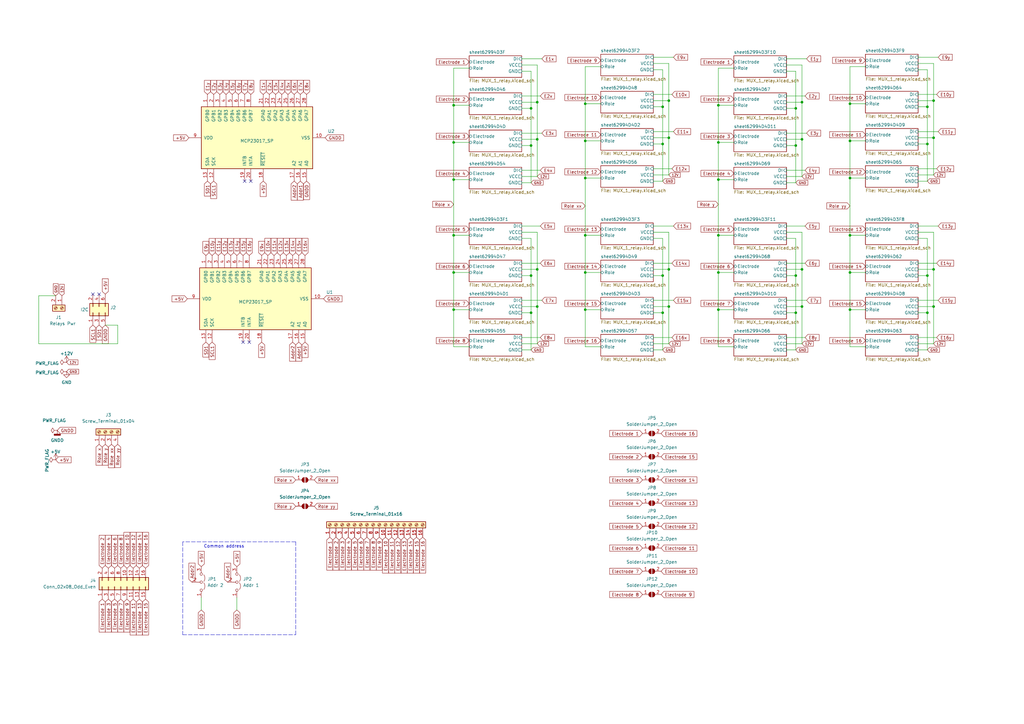
<source format=kicad_sch>
(kicad_sch (version 20211123) (generator eeschema)
  (paper "A3")
  (junction (at 380.365 43.815))
  (junction (at 186.055 73.66))
  (junction (at 217.805 59.69))
  (junction (at 240.03 127))
  (junction (at 348.615 111.76))
  (junction (at 220.345 57.15))
  (junction (at 274.32 41.275))
  (junction (at 186.055 111.76))
  (junction (at 217.805 128.27))
  (junction (at 271.78 113.03))
  (junction (at 240.03 42.545))
  (junction (at 326.39 113.03))
  (junction (at 217.805 113.03))
  (junction (at 328.93 41.91))
  (junction (at 382.905 110.49))
  (junction (at 186.055 43.18))
  (junction (at 380.365 128.27))
  (junction (at 294.64 111.76))
  (junction (at 348.615 57.785))
  (junction (at 186.055 127))
  (junction (at 186.055 58.42))
  (junction (at 220.345 125.73))
  (junction (at 274.32 110.49))
  (junction (at 328.93 57.15))
  (junction (at 382.905 125.73))
  (junction (at 382.905 56.515))
  (junction (at 274.32 56.515))
  (junction (at 240.03 73.025))
  (junction (at 220.345 110.49))
  (junction (at 274.32 125.73))
  (junction (at 240.03 111.76))
  (junction (at 240.03 96.52))
  (junction (at 294.64 96.52))
  (junction (at 294.64 58.42))
  (junction (at 328.93 125.73))
  (junction (at 326.39 59.69))
  (junction (at 326.39 44.45))
  (junction (at 240.03 57.785))
  (junction (at 348.615 96.52))
  (junction (at 328.93 110.49))
  (junction (at 271.78 43.815))
  (junction (at 294.64 127))
  (junction (at 217.805 44.45))
  (junction (at 220.345 41.91))
  (junction (at 348.615 73.025))
  (junction (at 380.365 113.03))
  (junction (at 186.055 96.52))
  (junction (at 380.365 59.055))
  (junction (at 294.64 73.66))
  (junction (at 382.905 41.275))
  (junction (at 294.64 43.18))
  (junction (at 348.615 127))
  (junction (at 271.78 128.27))
  (junction (at 271.78 59.055))
  (junction (at 348.615 42.545))
  (junction (at 326.39 128.27))
  (no_connect (at 38.1 120.65))
  (no_connect (at 40.64 120.65))
  (no_connect (at 102.235 140.335))
  (no_connect (at 99.695 140.335))
  (no_connect (at 102.87 74.295))
  (no_connect (at 100.33 74.295))
  (wire (pts (xy 326.39 128.27) (xy 326.39 143.51)))
  (wire (pts (xy 240.03 127) (xy 240.03 142.24)))
  (wire (pts (xy 376.555 26.035) (xy 382.905 26.035)))
  (wire (pts (xy 186.055 96.52) (xy 192.405 96.52)))
  (wire (pts (xy 267.97 28.575) (xy 271.78 28.575)))
  (wire (pts (xy 267.97 92.71) (xy 276.225 92.71)))
  (wire (pts (xy 274.32 56.515) (xy 274.32 71.755)))
  (wire (pts (xy 328.93 26.67) (xy 328.93 41.91)))
  (wire (pts (xy 213.995 138.43) (xy 221.615 138.43)))
  (wire (pts (xy 267.97 43.815) (xy 271.78 43.815)))
  (wire (pts (xy 43.18 133.35) (xy 48.26 133.35)))
  (wire (pts (xy 240.03 42.545) (xy 246.38 42.545)))
  (wire (pts (xy 348.615 57.785) (xy 354.965 57.785)))
  (wire (pts (xy 328.93 57.15) (xy 328.93 72.39)))
  (wire (pts (xy 322.58 24.13) (xy 330.835 24.13)))
  (wire (pts (xy 220.345 57.15) (xy 220.345 72.39)))
  (wire (pts (xy 267.97 143.51) (xy 271.78 143.51)))
  (wire (pts (xy 376.555 128.27) (xy 380.365 128.27)))
  (wire (pts (xy 322.58 143.51) (xy 326.39 143.51)))
  (wire (pts (xy 48.26 140.97) (xy 15.875 140.97)))
  (wire (pts (xy 267.97 125.73) (xy 274.32 125.73)))
  (wire (pts (xy 267.97 140.97) (xy 274.32 140.97)))
  (wire (pts (xy 274.32 125.73) (xy 274.32 140.97)))
  (wire (pts (xy 267.97 23.495) (xy 276.225 23.495)))
  (wire (pts (xy 186.055 58.42) (xy 192.405 58.42)))
  (wire (pts (xy 240.03 96.52) (xy 246.38 96.52)))
  (wire (pts (xy 376.555 28.575) (xy 380.365 28.575)))
  (wire (pts (xy 220.345 110.49) (xy 220.345 125.73)))
  (wire (pts (xy 274.32 110.49) (xy 274.32 125.73)))
  (wire (pts (xy 267.97 53.975) (xy 276.225 53.975)))
  (wire (pts (xy 322.58 54.61) (xy 330.835 54.61)))
  (wire (pts (xy 376.555 95.25) (xy 382.905 95.25)))
  (wire (pts (xy 380.365 28.575) (xy 380.365 43.815)))
  (wire (pts (xy 15.875 140.97) (xy 15.875 121.285)))
  (wire (pts (xy 322.58 138.43) (xy 330.2 138.43)))
  (wire (pts (xy 322.58 123.19) (xy 330.835 123.19)))
  (wire (pts (xy 186.055 127) (xy 192.405 127)))
  (polyline (pts (xy 74.93 222.25) (xy 74.93 260.35)))
  (wire (pts (xy 186.055 111.76) (xy 186.055 127)))
  (wire (pts (xy 240.03 42.545) (xy 240.03 27.305)))
  (wire (pts (xy 348.615 73.025) (xy 348.615 96.52)))
  (wire (pts (xy 213.995 92.71) (xy 221.615 92.71)))
  (wire (pts (xy 348.615 127) (xy 348.615 142.24)))
  (wire (pts (xy 322.58 72.39) (xy 328.93 72.39)))
  (wire (pts (xy 97.155 245.11) (xy 97.155 250.19)))
  (wire (pts (xy 240.03 142.24) (xy 246.38 142.24)))
  (wire (pts (xy 267.97 59.055) (xy 271.78 59.055)))
  (wire (pts (xy 213.995 41.91) (xy 220.345 41.91)))
  (wire (pts (xy 186.055 58.42) (xy 186.055 43.18)))
  (wire (pts (xy 213.995 95.25) (xy 220.345 95.25)))
  (wire (pts (xy 213.995 143.51) (xy 217.805 143.51)))
  (wire (pts (xy 240.03 111.76) (xy 246.38 111.76)))
  (wire (pts (xy 322.58 41.91) (xy 328.93 41.91)))
  (wire (pts (xy 48.26 133.35) (xy 48.26 140.97)))
  (wire (pts (xy 267.97 107.95) (xy 275.59 107.95)))
  (wire (pts (xy 348.615 73.025) (xy 354.965 73.025)))
  (wire (pts (xy 376.555 23.495) (xy 384.81 23.495)))
  (wire (pts (xy 294.64 142.24) (xy 300.99 142.24)))
  (wire (pts (xy 322.58 57.15) (xy 328.93 57.15)))
  (wire (pts (xy 348.615 57.785) (xy 348.615 73.025)))
  (wire (pts (xy 186.055 73.66) (xy 192.405 73.66)))
  (wire (pts (xy 328.93 110.49) (xy 328.93 125.73)))
  (wire (pts (xy 213.995 24.13) (xy 222.25 24.13)))
  (wire (pts (xy 217.805 97.79) (xy 217.805 113.03)))
  (wire (pts (xy 328.93 125.73) (xy 328.93 140.97)))
  (wire (pts (xy 294.64 58.42) (xy 300.99 58.42)))
  (wire (pts (xy 322.58 44.45) (xy 326.39 44.45)))
  (wire (pts (xy 380.365 113.03) (xy 380.365 128.27)))
  (polyline (pts (xy 74.93 260.35) (xy 121.285 260.35)))
  (wire (pts (xy 240.03 111.76) (xy 240.03 96.52)))
  (polyline (pts (xy -0.635 91.44) (xy -233.045 91.44)))
  (wire (pts (xy 240.03 57.785) (xy 240.03 42.545)))
  (wire (pts (xy 322.58 125.73) (xy 328.93 125.73)))
  (wire (pts (xy 217.805 29.21) (xy 217.805 44.45)))
  (wire (pts (xy 267.97 97.79) (xy 271.78 97.79)))
  (wire (pts (xy 348.615 111.76) (xy 354.965 111.76)))
  (polyline (pts (xy 121.285 260.35) (xy 121.285 222.25)))
  (wire (pts (xy 328.93 41.91) (xy 328.93 57.15)))
  (wire (pts (xy 213.995 123.19) (xy 222.25 123.19)))
  (wire (pts (xy 294.64 96.52) (xy 300.99 96.52)))
  (wire (pts (xy 322.58 59.69) (xy 326.39 59.69)))
  (wire (pts (xy 380.365 128.27) (xy 380.365 143.51)))
  (wire (pts (xy 213.995 74.93) (xy 217.805 74.93)))
  (wire (pts (xy 267.97 95.25) (xy 274.32 95.25)))
  (wire (pts (xy 267.97 128.27) (xy 271.78 128.27)))
  (wire (pts (xy 322.58 110.49) (xy 328.93 110.49)))
  (wire (pts (xy 376.555 92.71) (xy 384.81 92.71)))
  (wire (pts (xy 240.03 27.305) (xy 246.38 27.305)))
  (wire (pts (xy 376.555 107.95) (xy 384.175 107.95)))
  (wire (pts (xy 322.58 113.03) (xy 326.39 113.03)))
  (wire (pts (xy 322.58 107.95) (xy 330.2 107.95)))
  (wire (pts (xy 382.905 125.73) (xy 382.905 140.97)))
  (wire (pts (xy 326.39 59.69) (xy 326.39 74.93)))
  (wire (pts (xy 15.875 121.285) (xy 22.86 121.285)))
  (wire (pts (xy 271.78 113.03) (xy 271.78 128.27)))
  (wire (pts (xy 240.03 127) (xy 240.03 111.76)))
  (wire (pts (xy 213.995 72.39) (xy 220.345 72.39)))
  (wire (pts (xy 213.995 26.67) (xy 220.345 26.67)))
  (wire (pts (xy 213.995 54.61) (xy 222.25 54.61)))
  (wire (pts (xy 348.615 42.545) (xy 348.615 27.305)))
  (wire (pts (xy 326.39 113.03) (xy 326.39 128.27)))
  (wire (pts (xy 348.615 111.76) (xy 348.615 96.52)))
  (wire (pts (xy 376.555 140.97) (xy 382.905 140.97)))
  (wire (pts (xy 376.555 41.275) (xy 382.905 41.275)))
  (wire (pts (xy 376.555 138.43) (xy 384.175 138.43)))
  (wire (pts (xy 348.615 42.545) (xy 354.965 42.545)))
  (wire (pts (xy 376.555 123.19) (xy 384.81 123.19)))
  (wire (pts (xy 267.97 113.03) (xy 271.78 113.03)))
  (wire (pts (xy 82.55 245.11) (xy 82.55 250.19)))
  (wire (pts (xy 294.64 111.76) (xy 300.99 111.76)))
  (wire (pts (xy 326.39 97.79) (xy 326.39 113.03)))
  (wire (pts (xy 186.055 43.18) (xy 186.055 27.94)))
  (wire (pts (xy 294.64 27.94) (xy 300.99 27.94)))
  (wire (pts (xy 217.805 59.69) (xy 217.805 74.93)))
  (wire (pts (xy 213.995 39.37) (xy 221.615 39.37)))
  (wire (pts (xy 294.64 127) (xy 300.99 127)))
  (wire (pts (xy 294.64 43.18) (xy 300.99 43.18)))
  (wire (pts (xy 240.03 127) (xy 246.38 127)))
  (wire (pts (xy 267.97 123.19) (xy 276.225 123.19)))
  (wire (pts (xy 322.58 92.71) (xy 330.2 92.71)))
  (wire (pts (xy 271.78 59.055) (xy 271.78 74.295)))
  (wire (pts (xy 376.555 110.49) (xy 382.905 110.49)))
  (wire (pts (xy 322.58 74.93) (xy 326.39 74.93)))
  (wire (pts (xy 213.995 69.85) (xy 221.615 69.85)))
  (wire (pts (xy 376.555 53.975) (xy 384.81 53.975)))
  (wire (pts (xy 322.58 39.37) (xy 330.2 39.37)))
  (wire (pts (xy 186.055 127) (xy 186.055 142.24)))
  (wire (pts (xy 267.97 38.735) (xy 275.59 38.735)))
  (wire (pts (xy 220.345 26.67) (xy 220.345 41.91)))
  (wire (pts (xy 322.58 29.21) (xy 326.39 29.21)))
  (wire (pts (xy 274.32 26.035) (xy 274.32 41.275)))
  (wire (pts (xy 382.905 56.515) (xy 382.905 71.755)))
  (wire (pts (xy 213.995 97.79) (xy 217.805 97.79)))
  (wire (pts (xy 267.97 110.49) (xy 274.32 110.49)))
  (wire (pts (xy 271.78 128.27) (xy 271.78 143.51)))
  (wire (pts (xy 213.995 107.95) (xy 221.615 107.95)))
  (wire (pts (xy 348.615 127) (xy 354.965 127)))
  (polyline (pts (xy 121.285 222.25) (xy 74.93 222.25)))
  (wire (pts (xy 376.555 59.055) (xy 380.365 59.055)))
  (wire (pts (xy 240.03 57.785) (xy 246.38 57.785)))
  (wire (pts (xy 186.055 111.76) (xy 186.055 96.52)))
  (wire (pts (xy 376.555 97.79) (xy 380.365 97.79)))
  (wire (pts (xy 240.03 73.025) (xy 240.03 96.52)))
  (wire (pts (xy 186.055 142.24) (xy 192.405 142.24)))
  (wire (pts (xy 217.805 113.03) (xy 217.805 128.27)))
  (wire (pts (xy 274.32 95.25) (xy 274.32 110.49)))
  (wire (pts (xy 220.345 41.91) (xy 220.345 57.15)))
  (wire (pts (xy 322.58 95.25) (xy 328.93 95.25)))
  (wire (pts (xy 322.58 128.27) (xy 326.39 128.27)))
  (wire (pts (xy 271.78 28.575) (xy 271.78 43.815)))
  (wire (pts (xy 348.615 142.24) (xy 354.965 142.24)))
  (wire (pts (xy 348.615 96.52) (xy 354.965 96.52)))
  (wire (pts (xy 186.055 73.66) (xy 186.055 96.52)))
  (wire (pts (xy 213.995 57.15) (xy 220.345 57.15)))
  (wire (pts (xy 376.555 69.215) (xy 384.175 69.215)))
  (wire (pts (xy 382.905 41.275) (xy 382.905 56.515)))
  (wire (pts (xy 213.995 59.69) (xy 217.805 59.69)))
  (wire (pts (xy 376.555 56.515) (xy 382.905 56.515)))
  (wire (pts (xy 220.345 95.25) (xy 220.345 110.49)))
  (wire (pts (xy 213.995 125.73) (xy 220.345 125.73)))
  (wire (pts (xy 274.32 41.275) (xy 274.32 56.515)))
  (wire (pts (xy 322.58 140.97) (xy 328.93 140.97)))
  (wire (pts (xy 213.995 29.21) (xy 217.805 29.21)))
  (wire (pts (xy 240.03 57.785) (xy 240.03 73.025)))
  (wire (pts (xy 294.64 58.42) (xy 294.64 73.66)))
  (wire (pts (xy 382.905 26.035) (xy 382.905 41.275)))
  (wire (pts (xy 213.995 113.03) (xy 217.805 113.03)))
  (wire (pts (xy 240.03 73.025) (xy 246.38 73.025)))
  (wire (pts (xy 322.58 26.67) (xy 328.93 26.67)))
  (wire (pts (xy 294.64 127) (xy 294.64 142.24)))
  (wire (pts (xy 382.905 95.25) (xy 382.905 110.49)))
  (wire (pts (xy 220.345 125.73) (xy 220.345 140.97)))
  (wire (pts (xy 271.78 43.815) (xy 271.78 59.055)))
  (wire (pts (xy 376.555 43.815) (xy 380.365 43.815)))
  (wire (pts (xy 382.905 110.49) (xy 382.905 125.73)))
  (wire (pts (xy 380.365 97.79) (xy 380.365 113.03)))
  (wire (pts (xy 267.97 71.755) (xy 274.32 71.755)))
  (wire (pts (xy 376.555 113.03) (xy 380.365 113.03)))
  (wire (pts (xy 348.615 127) (xy 348.615 111.76)))
  (wire (pts (xy 267.97 41.275) (xy 274.32 41.275)))
  (wire (pts (xy 376.555 74.295) (xy 380.365 74.295)))
  (wire (pts (xy 267.97 69.215) (xy 275.59 69.215)))
  (wire (pts (xy 213.995 110.49) (xy 220.345 110.49)))
  (wire (pts (xy 376.555 71.755) (xy 382.905 71.755)))
  (wire (pts (xy 267.97 56.515) (xy 274.32 56.515)))
  (wire (pts (xy 348.615 57.785) (xy 348.615 42.545)))
  (wire (pts (xy 213.995 128.27) (xy 217.805 128.27)))
  (wire (pts (xy 322.58 69.85) (xy 330.2 69.85)))
  (wire (pts (xy 217.805 128.27) (xy 217.805 143.51)))
  (wire (pts (xy 213.995 140.97) (xy 220.345 140.97)))
  (wire (pts (xy 326.39 29.21) (xy 326.39 44.45)))
  (wire (pts (xy 376.555 143.51) (xy 380.365 143.51)))
  (wire (pts (xy 267.97 74.295) (xy 271.78 74.295)))
  (wire (pts (xy 380.365 43.815) (xy 380.365 59.055)))
  (wire (pts (xy 217.805 44.45) (xy 217.805 59.69)))
  (wire (pts (xy 267.97 26.035) (xy 274.32 26.035)))
  (wire (pts (xy 322.58 97.79) (xy 326.39 97.79)))
  (wire (pts (xy 294.64 73.66) (xy 294.64 96.52)))
  (wire (pts (xy 376.555 125.73) (xy 382.905 125.73)))
  (wire (pts (xy 271.78 97.79) (xy 271.78 113.03)))
  (wire (pts (xy 294.64 111.76) (xy 294.64 127)))
  (wire (pts (xy 326.39 44.45) (xy 326.39 59.69)))
  (wire (pts (xy 294.64 111.76) (xy 294.64 96.52)))
  (wire (pts (xy 294.64 58.42) (xy 294.64 43.18)))
  (wire (pts (xy 348.615 27.305) (xy 354.965 27.305)))
  (wire (pts (xy 294.64 73.66) (xy 300.99 73.66)))
  (wire (pts (xy 294.64 43.18) (xy 294.64 27.94)))
  (wire (pts (xy 213.995 44.45) (xy 217.805 44.45)))
  (wire (pts (xy 267.97 138.43) (xy 275.59 138.43)))
  (wire (pts (xy 186.055 27.94) (xy 192.405 27.94)))
  (wire (pts (xy 380.365 59.055) (xy 380.365 74.295)))
  (wire (pts (xy 328.93 95.25) (xy 328.93 110.49)))
  (wire (pts (xy 186.055 111.76) (xy 192.405 111.76)))
  (wire (pts (xy 186.055 58.42) (xy 186.055 73.66)))
  (wire (pts (xy 186.055 43.18) (xy 192.405 43.18)))
  (wire (pts (xy 376.555 38.735) (xy 384.175 38.735)))
  (text "Common address" (at 83.566 224.917 0) (effects (font (size 1.27 1.27)) (justify left bottom)))
  (global_label "+5V" (shape input) (at 76.835 122.555 180) (property "Intersheet References" "${INTERSHEET_REFS}" (effects hide)))
  (global_label "E15y" (shape input) (at 99.695 104.775 90) (property "Intersheet References" "${INTERSHEET_REFS}" (effects hide)))
  (global_label "+5V" (shape input) (at 107.315 140.335 270) (property "Intersheet References" "${INTERSHEET_REFS}" (effects hide)))
  (global_label "E1y" (shape input) (at 330.835 24.13 0) (property "Intersheet References" "${INTERSHEET_REFS}" (effects hide)))
  (global_label "Electrode 14" (shape input) (at 168.275 220.345 270) (property "Intersheet References" "${INTERSHEET_REFS}" (effects hide)))
  (global_label "Electrode 15" (shape input) (at 59.69 245.745 270) (property "Intersheet References" "${INTERSHEET_REFS}" (effects hide)))
  (global_label "Electrode 2" (shape input) (at 300.99 40.64 180) (property "Intersheet References" "${INTERSHEET_REFS}" (effects hide)))
  (global_label "+5V" (shape input) (at 97.155 232.41 90) (property "Intersheet References" "${INTERSHEET_REFS}" (effects hide)))
  (global_label "12V" (shape input) (at 220.345 72.39 0) (effects (font (size 1 1))) (property "Intersheet References" "${INTERSHEET_REFS}" (effects hide)))
  (global_label "Electrode 1" (shape input) (at 135.255 220.345 270) (property "Intersheet References" "${INTERSHEET_REFS}" (effects hide)))
  (global_label "E5y" (shape input) (at 330.2 92.71 0) (property "Intersheet References" "${INTERSHEET_REFS}" (effects hide)))
  (global_label "E15x" (shape input) (at 276.225 123.19 0) (property "Intersheet References" "${INTERSHEET_REFS}" (effects hide)))
  (global_label "Electrode 14" (shape input) (at 57.15 233.045 90) (property "Intersheet References" "${INTERSHEET_REFS}" (effects hide)))
  (global_label "Electrode 4" (shape input) (at 263.525 206.375 180) (property "Intersheet References" "${INTERSHEET_REFS}" (effects hide)))
  (global_label "E6x" (shape input) (at 120.65 38.735 90) (property "Intersheet References" "${INTERSHEET_REFS}" (effects hide)))
  (global_label "Electrode 12" (shape input) (at 246.38 70.485 180) (property "Intersheet References" "${INTERSHEET_REFS}" (effects hide)))
  (global_label "SD1" (shape input) (at 40.64 133.35 270) (property "Intersheet References" "${INTERSHEET_REFS}" (effects hide)))
  (global_label "Electrode 8" (shape input) (at 153.035 220.345 270) (property "Intersheet References" "${INTERSHEET_REFS}" (effects hide)))
  (global_label "Electrode 12" (shape input) (at 54.61 233.045 90) (property "Intersheet References" "${INTERSHEET_REFS}" (effects hide)))
  (global_label "SCL1" (shape input) (at 38.1 133.35 270) (property "Intersheet References" "${INTERSHEET_REFS}" (effects hide)))
  (global_label "Electrode 4" (shape input) (at 142.875 220.345 270) (property "Intersheet References" "${INTERSHEET_REFS}" (effects hide)))
  (global_label "GNDD" (shape input) (at 43.18 133.35 270) (property "Intersheet References" "${INTERSHEET_REFS}" (effects hide)))
  (global_label "E3y" (shape input) (at 330.835 54.61 0) (property "Intersheet References" "${INTERSHEET_REFS}" (effects hide)))
  (global_label "Electrode 4" (shape input) (at 44.45 233.045 90) (property "Intersheet References" "${INTERSHEET_REFS}" (effects hide)))
  (global_label "E6y" (shape input) (at 97.79 38.735 90) (property "Intersheet References" "${INTERSHEET_REFS}" (effects hide)))
  (global_label "E15y" (shape input) (at 384.81 123.19 0) (property "Intersheet References" "${INTERSHEET_REFS}" (effects hide)))
  (global_label "Electrode 7" (shape input) (at 192.405 124.46 180) (property "Intersheet References" "${INTERSHEET_REFS}" (effects hide)))
  (global_label "12V" (shape input) (at 328.93 72.39 0) (effects (font (size 1 1))) (property "Intersheet References" "${INTERSHEET_REFS}" (effects hide)))
  (global_label "E14y" (shape input) (at 384.175 107.95 0) (property "Intersheet References" "${INTERSHEET_REFS}" (effects hide)))
  (global_label "E7x" (shape input) (at 222.25 123.19 0) (property "Intersheet References" "${INTERSHEET_REFS}" (effects hide)))
  (global_label "E4x" (shape input) (at 115.57 38.735 90) (property "Intersheet References" "${INTERSHEET_REFS}" (effects hide)))
  (global_label "Electrode 12" (shape input) (at 271.145 215.9 0) (property "Intersheet References" "${INTERSHEET_REFS}" (effects hide)))
  (global_label "E10y" (shape input) (at 86.995 104.775 90) (property "Intersheet References" "${INTERSHEET_REFS}" (effects hide)))
  (global_label "Electrode 16" (shape input) (at 59.69 233.045 90) (property "Intersheet References" "${INTERSHEET_REFS}" (effects hide)))
  (global_label "GND" (shape input) (at 326.39 74.93 0) (effects (font (size 1 1))) (property "Intersheet References" "${INTERSHEET_REFS}" (effects hide)))
  (global_label "GND" (shape input) (at 217.805 74.93 0) (effects (font (size 1 1))) (property "Intersheet References" "${INTERSHEET_REFS}" (effects hide)))
  (global_label "Electrode 5" (shape input) (at 46.99 245.745 270) (property "Intersheet References" "${INTERSHEET_REFS}" (effects hide)))
  (global_label "12V" (shape input) (at 274.32 140.97 0) (effects (font (size 1 1))) (property "Intersheet References" "${INTERSHEET_REFS}" (effects hide)))
  (global_label "E9x" (shape input) (at 276.225 23.495 0) (property "Intersheet References" "${INTERSHEET_REFS}" (effects hide)))
  (global_label "Electrode 5" (shape input) (at 192.405 93.98 180) (property "Intersheet References" "${INTERSHEET_REFS}" (effects hide)))
  (global_label "Role y" (shape input) (at 43.18 182.245 270) (property "Intersheet References" "${INTERSHEET_REFS}" (effects hide)))
  (global_label "Electrode 5" (shape input) (at 263.525 215.9 180) (property "Intersheet References" "${INTERSHEET_REFS}" (effects hide)))
  (global_label "GND" (shape input) (at 380.365 74.295 0) (effects (font (size 1 1))) (property "Intersheet References" "${INTERSHEET_REFS}" (effects hide)))
  (global_label "E7y" (shape input) (at 330.835 123.19 0) (property "Intersheet References" "${INTERSHEET_REFS}" (effects hide)))
  (global_label "E12y" (shape input) (at 92.075 104.775 90) (property "Intersheet References" "${INTERSHEET_REFS}" (effects hide)))
  (global_label "E10y" (shape input) (at 384.175 38.735 0) (property "Intersheet References" "${INTERSHEET_REFS}" (effects hide)))
  (global_label "Electrode 1" (shape input) (at 263.525 177.8 180) (property "Intersheet References" "${INTERSHEET_REFS}" (effects hide)))
  (global_label "E6y" (shape input) (at 330.2 107.95 0) (property "Intersheet References" "${INTERSHEET_REFS}" (effects hide)))
  (global_label "E14x" (shape input) (at 120.015 104.775 90) (property "Intersheet References" "${INTERSHEET_REFS}" (effects hide)))
  (global_label "E11y" (shape input) (at 384.81 53.975 0) (property "Intersheet References" "${INTERSHEET_REFS}" (effects hide)))
  (global_label "Electrode 6" (shape input) (at 147.955 220.345 270) (property "Intersheet References" "${INTERSHEET_REFS}" (effects hide)))
  (global_label "E7x" (shape input) (at 123.19 38.735 90) (property "Intersheet References" "${INTERSHEET_REFS}" (effects hide)))
  (global_label "Role yy" (shape input) (at 48.26 182.245 270) (property "Intersheet References" "${INTERSHEET_REFS}" (effects hide)))
  (global_label "Electrode 11" (shape input) (at 160.655 220.345 270) (property "Intersheet References" "${INTERSHEET_REFS}" (effects hide)))
  (global_label "E16y" (shape input) (at 384.175 138.43 0) (property "Intersheet References" "${INTERSHEET_REFS}" (effects hide)))
  (global_label "E8x" (shape input) (at 125.73 38.735 90) (property "Intersheet References" "${INTERSHEET_REFS}" (effects hide)))
  (global_label "Role xx" (shape input) (at 128.905 196.85 0) (property "Intersheet References" "${INTERSHEET_REFS}" (effects hide)))
  (global_label "Electrode 4" (shape input) (at 192.405 71.12 180) (property "Intersheet References" "${INTERSHEET_REFS}" (effects hide)))
  (global_label "Electrode 9" (shape input) (at 155.575 220.345 270) (property "Intersheet References" "${INTERSHEET_REFS}" (effects hide)))
  (global_label "Electrode 2" (shape input) (at 263.525 187.325 180) (property "Intersheet References" "${INTERSHEET_REFS}" (effects hide)))
  (global_label "Electrode 5" (shape input) (at 300.99 93.98 180) (property "Intersheet References" "${INTERSHEET_REFS}" (effects hide)))
  (global_label "Electrode 13" (shape input) (at 271.145 206.375 0) (property "Intersheet References" "${INTERSHEET_REFS}" (effects hide)))
  (global_label "Electrode 3" (shape input) (at 44.45 245.745 270) (property "Intersheet References" "${INTERSHEET_REFS}" (effects hide)))
  (global_label "+5V" (shape input) (at 82.55 232.41 90) (property "Intersheet References" "${INTERSHEET_REFS}" (effects hide)))
  (global_label "E16x" (shape input) (at 275.59 138.43 0) (property "Intersheet References" "${INTERSHEET_REFS}" (effects hide)))
  (global_label "E5x" (shape input) (at 118.11 38.735 90) (property "Intersheet References" "${INTERSHEET_REFS}" (effects hide)))
  (global_label "GND" (shape input) (at 217.805 143.51 0) (effects (font (size 1 1))) (property "Intersheet References" "${INTERSHEET_REFS}" (effects hide)))
  (global_label "Electrode 10" (shape input) (at 246.38 40.005 180) (property "Intersheet References" "${INTERSHEET_REFS}" (effects hide)))
  (global_label "E1x" (shape input) (at 107.95 38.735 90) (property "Intersheet References" "${INTERSHEET_REFS}" (effects hide)))
  (global_label "Electrode 9" (shape input) (at 52.07 245.745 270) (property "Intersheet References" "${INTERSHEET_REFS}" (effects hide)))
  (global_label "Electrode 16" (shape input) (at 354.965 139.7 180) (property "Intersheet References" "${INTERSHEET_REFS}" (effects hide)))
  (global_label "12V" (shape input) (at 382.905 140.97 0) (effects (font (size 1 1))) (property "Intersheet References" "${INTERSHEET_REFS}" (effects hide)))
  (global_label "Electrode 9" (shape input) (at 246.38 24.765 180) (property "Intersheet References" "${INTERSHEET_REFS}" (effects hide)))
  (global_label "E8y" (shape input) (at 102.87 38.735 90) (property "Intersheet References" "${INTERSHEET_REFS}" (effects hide)))
  (global_label "12V" (shape input) (at 382.905 71.755 0) (effects (font (size 1 1))) (property "Intersheet References" "${INTERSHEET_REFS}" (effects hide)))
  (global_label "E16x" (shape input) (at 125.095 104.775 90) (property "Intersheet References" "${INTERSHEET_REFS}" (effects hide)))
  (global_label "Electrode 2" (shape input) (at 137.795 220.345 270) (property "Intersheet References" "${INTERSHEET_REFS}" (effects hide)))
  (global_label "E12x" (shape input) (at 275.59 69.215 0) (property "Intersheet References" "${INTERSHEET_REFS}" (effects hide)))
  (global_label "E2y" (shape input) (at 330.2 39.37 0) (property "Intersheet References" "${INTERSHEET_REFS}" (effects hide)))
  (global_label "E9y" (shape input) (at 384.81 23.495 0) (property "Intersheet References" "${INTERSHEET_REFS}" (effects hide)))
  (global_label "E11y" (shape input) (at 89.535 104.775 90) (property "Intersheet References" "${INTERSHEET_REFS}" (effects hide)))
  (global_label "Electrode 6" (shape input) (at 263.525 224.79 180) (property "Intersheet References" "${INTERSHEET_REFS}" (effects hide)))
  (global_label "+5V" (shape input) (at 125.095 140.335 270) (property "Intersheet References" "${INTERSHEET_REFS}" (effects hide)))
  (global_label "E5x" (shape input) (at 221.615 92.71 0) (property "Intersheet References" "${INTERSHEET_REFS}" (effects hide)))
  (global_label "GNDD" (shape input) (at 23.495 176.53 0) (property "Intersheet References" "${INTERSHEET_REFS}" (effects hide)))
  (global_label "Electrode 13" (shape input) (at 354.965 93.98 180) (property "Intersheet References" "${INTERSHEET_REFS}" (effects hide)))
  (global_label "Role x" (shape input) (at 186.055 83.82 180) (property "Intersheet References" "${INTERSHEET_REFS}" (effects hide)))
  (global_label "E3y" (shape input) (at 90.17 38.735 90) (property "Intersheet References" "${INTERSHEET_REFS}" (effects hide)))
  (global_label "Electrode 1" (shape input) (at 41.91 245.745 270) (property "Intersheet References" "${INTERSHEET_REFS}" (effects hide)))
  (global_label "Electrode 3" (shape input) (at 300.99 55.88 180) (property "Intersheet References" "${INTERSHEET_REFS}" (effects hide)))
  (global_label "Electrode 5" (shape input) (at 145.415 220.345 270) (property "Intersheet References" "${INTERSHEET_REFS}" (effects hide)))
  (global_label "E12y" (shape input) (at 384.175 69.215 0) (property "Intersheet References" "${INTERSHEET_REFS}" (effects hide)))
  (global_label "Role x" (shape input) (at 121.285 196.85 180) (property "Intersheet References" "${INTERSHEET_REFS}" (effects hide)))
  (global_label "SCL1" (shape input) (at 86.995 140.335 270) (property "Intersheet References" "${INTERSHEET_REFS}" (effects hide)))
  (global_label "Electrode 1" (shape input) (at 300.99 25.4 180) (property "Intersheet References" "${INTERSHEET_REFS}" (effects hide)))
  (global_label "Electrode 13" (shape input) (at 246.38 93.98 180) (property "Intersheet References" "${INTERSHEET_REFS}" (effects hide)))
  (global_label "12V" (shape input) (at 220.345 140.97 0) (effects (font (size 1 1))) (property "Intersheet References" "${INTERSHEET_REFS}" (effects hide)))
  (global_label "E4x" (shape input) (at 221.615 69.85 0) (property "Intersheet References" "${INTERSHEET_REFS}" (effects hide)))
  (global_label "E6x" (shape input) (at 221.615 107.95 0) (property "Intersheet References" "${INTERSHEET_REFS}" (effects hide)))
  (global_label "Electrode 3" (shape input) (at 192.405 55.88 180) (property "Intersheet References" "${INTERSHEET_REFS}" (effects hide)))
  (global_label "+5V" (shape input) (at 77.47 56.515 180) (property "Intersheet References" "${INTERSHEET_REFS}" (effects hide)))
  (global_label "E12x" (shape input) (at 114.935 104.775 90) (property "Intersheet References" "${INTERSHEET_REFS}" (effects hide)))
  (global_label "Electrode 7" (shape input) (at 263.525 234.315 180) (property "Intersheet References" "${INTERSHEET_REFS}" (effects hide)))
  (global_label "Electrode 14" (shape input) (at 271.145 196.85 0) (property "Intersheet References" "${INTERSHEET_REFS}" (effects hide)))
  (global_label "Electrode 3" (shape input) (at 140.335 220.345 270) (property "Intersheet References" "${INTERSHEET_REFS}" (effects hide)))
  (global_label "Electrode 9" (shape input) (at 354.965 24.765 180) (property "Intersheet References" "${INTERSHEET_REFS}" (effects hide)))
  (global_label "Electrode 13" (shape input) (at 165.735 220.345 270) (property "Intersheet References" "${INTERSHEET_REFS}" (effects hide)))
  (global_label "Addr2" (shape input) (at 120.015 140.335 270) (property "Intersheet References" "${INTERSHEET_REFS}" (effects hide)))
  (global_label "Electrode 8" (shape input) (at 49.53 233.045 90) (property "Intersheet References" "${INTERSHEET_REFS}" (effects hide)))
  (global_label "Addr2" (shape input) (at 120.65 74.295 270) (property "Intersheet References" "${INTERSHEET_REFS}" (effects hide)))
  (global_label "E2x" (shape input) (at 110.49 38.735 90) (property "Intersheet References" "${INTERSHEET_REFS}" (effects hide)))
  (global_label "Electrode 8" (shape input) (at 300.99 139.7 180) (property "Intersheet References" "${INTERSHEET_REFS}" (effects hide)))
  (global_label "E15x" (shape input) (at 122.555 104.775 90) (property "Intersheet References" "${INTERSHEET_REFS}" (effects hide)))
  (global_label "E10x" (shape input) (at 109.855 104.775 90) (property "Intersheet References" "${INTERSHEET_REFS}" (effects hide)))
  (global_label "Electrode 12" (shape input) (at 163.195 220.345 270) (property "Intersheet References" "${INTERSHEET_REFS}" (effects hide)))
  (global_label "Electrode 7" (shape input) (at 150.495 220.345 270) (property "Intersheet References" "${INTERSHEET_REFS}" (effects hide)))
  (global_label "E11x" (shape input) (at 276.225 53.975 0) (property "Intersheet References" "${INTERSHEET_REFS}" (effects hide)))
  (global_label "Electrode 10" (shape input) (at 354.965 40.005 180) (property "Intersheet References" "${INTERSHEET_REFS}" (effects hide)))
  (global_label "12V" (shape input) (at 27.305 148.59 0) (effects (font (size 1 1))) (property "Intersheet References" "${INTERSHEET_REFS}" (effects hide)))
  (global_label "E14y" (shape input) (at 97.155 104.775 90) (property "Intersheet References" "${INTERSHEET_REFS}" (effects hide)))
  (global_label "GND" (shape input) (at 380.365 143.51 0) (effects (font (size 1 1))) (property "Intersheet References" "${INTERSHEET_REFS}" (effects hide)))
  (global_label "Electrode 3" (shape input) (at 263.525 196.85 180) (property "Intersheet References" "${INTERSHEET_REFS}" (effects hide)))
  (global_label "Electrode 11" (shape input) (at 354.965 55.245 180) (property "Intersheet References" "${INTERSHEET_REFS}" (effects hide)))
  (global_label "Electrode 10" (shape input) (at 52.07 233.045 90) (property "Intersheet References" "${INTERSHEET_REFS}" (effects hide)))
  (global_label "Electrode 10" (shape input) (at 158.115 220.345 270) (property "Intersheet References" "${INTERSHEET_REFS}" (effects hide)))
  (global_label "Electrode 6" (shape input) (at 46.99 233.045 90) (property "Intersheet References" "${INTERSHEET_REFS}" (effects hide)))
  (global_label "Role x" (shape input) (at 40.64 182.245 270) (property "Intersheet References" "${INTERSHEET_REFS}" (effects hide)))
  (global_label "E3x" (shape input) (at 222.25 54.61 0) (property "Intersheet References" "${INTERSHEET_REFS}" (effects hide)))
  (global_label "Electrode 6" (shape input) (at 192.405 109.22 180) (property "Intersheet References" "${INTERSHEET_REFS}" (effects hide)))
  (global_label "E7y" (shape input) (at 100.33 38.735 90) (property "Intersheet References" "${INTERSHEET_REFS}" (effects hide)))
  (global_label "Role yy" (shape input) (at 128.905 207.645 0) (property "Intersheet References" "${INTERSHEET_REFS}" (effects hide)))
  (global_label "E4y" (shape input) (at 330.2 69.85 0) (property "Intersheet References" "${INTERSHEET_REFS}" (effects hide)))
  (global_label "SD1" (shape input) (at 84.455 140.335 270) (property "Intersheet References" "${INTERSHEET_REFS}" (effects hide)))
  (global_label "GNDD" (shape input) (at 132.715 122.555 0) (property "Intersheet References" "${INTERSHEET_REFS}" (effects hide)))
  (global_label "Addr2" (shape input) (at 78.74 238.76 90) (property "Intersheet References" "${INTERSHEET_REFS}" (effects hide)))
  (global_label "Electrode 15" (shape input) (at 271.145 187.325 0) (property "Intersheet References" "${INTERSHEET_REFS}" (effects hide)))
  (global_label "SD1" (shape input) (at 85.09 74.295 270) (property "Intersheet References" "${INTERSHEET_REFS}" (effects hide)))
  (global_label "Electrode 9" (shape input) (at 271.145 243.84 0) (property "Intersheet References" "${INTERSHEET_REFS}" (effects hide)))
  (global_label "Electrode 15" (shape input) (at 246.38 124.46 180) (property "Intersheet References" "${INTERSHEET_REFS}" (effects hide)))
  (global_label "E1x" (shape input) (at 222.25 24.13 0) (property "Intersheet References" "${INTERSHEET_REFS}" (effects hide)))
  (global_label "E8x" (shape input) (at 221.615 138.43 0) (property "Intersheet References" "${INTERSHEET_REFS}" (effects hide)))
  (global_label "Addr1" (shape input) (at 122.555 140.335 270) (property "Intersheet References" "${INTERSHEET_REFS}" (effects hide)))
  (global_label "E13y" (shape input) (at 94.615 104.775 90) (property "Intersheet References" "${INTERSHEET_REFS}" (effects hide)))
  (global_label "Electrode 7" (shape input) (at 49.53 245.745 270) (property "Intersheet References" "${INTERSHEET_REFS}" (effects hide)))
  (global_label "E13x" (shape input) (at 276.225 92.71 0) (property "Intersheet References" "${INTERSHEET_REFS}" (effects hide)))
  (global_label "E3x" (shape input) (at 113.03 38.735 90) (property "Intersheet References" "${INTERSHEET_REFS}" (effects hide)))
  (global_label "12V" (shape input) (at 25.4 121.285 90) (effects (font (size 1 1))) (property "Intersheet References" "${INTERSHEET_REFS}" (effects hide)))
  (global_label "Electrode 14" (shape input) (at 354.965 109.22 180) (property "Intersheet References" "${INTERSHEET_REFS}" (effects hide)))
  (global_label "Addr1" (shape input) (at 123.19 74.295 270) (property "Intersheet References" "${INTERSHEET_REFS}" (effects hide)))
  (global_label "E4y" (shape input) (at 92.71 38.735 90) (property "Intersheet References" "${INTERSHEET_REFS}" (effects hide)))
  (global_label "Electrode 11" (shape input) (at 246.38 55.245 180) (property "Intersheet References" "${INTERSHEET_REFS}" (effects hide)))
  (global_label "GND" (shape input) (at 326.39 143.51 0) (effects (font (size 1 1))) (property "Intersheet References" "${INTERSHEET_REFS}" (effects hide)))
  (global_label "Electrode 11" (shape input) (at 54.61 245.745 270) (property "Intersheet References" "${INTERSHEET_REFS}" (effects hide)))
  (global_label "Electrode 16" (shape input) (at 173.355 220.345 270) (property "Intersheet References" "${INTERSHEET_REFS}" (effects hide)))
  (global_label "+5V" (shape input) (at 107.95 74.295 270) (property "Intersheet References" "${INTERSHEET_REFS}" (effects hide)))
  (global_label "Electrode 2" (shape input) (at 192.405 40.64 180) (property "Intersheet References" "${INTERSHEET_REFS}" (effects hide)))
  (global_label "GNDD" (shape input) (at 125.73 74.295 270) (property "Intersheet References" "${INTERSHEET_REFS}" (effects hide)))
  (global_label "E9x" (shape input) (at 107.315 104.775 90) (property "Intersheet References" "${INTERSHEET_REFS}" (effects hide)))
  (global_label "Electrode 8" (shape input) (at 263.525 243.84 180) (property "Intersheet References" "${INTERSHEET_REFS}" (effects hide)))
  (global_label "Addr1" (shape input) (at 93.345 238.76 90) (property "Intersheet References" "${INTERSHEET_REFS}" (effects hide)))
  (global_label "Electrode 8" (shape input) (at 192.405 139.7 180) (property "Intersheet References" "${INTERSHEET_REFS}" (effects hide)))
  (global_label "Electrode 7" (shape input) (at 300.99 124.46 180) (property "Intersheet References" "${INTERSHEET_REFS}" (effects hide)))
  (global_label "Electrode 6" (shape input) (at 300.99 109.22 180) (property "Intersheet References" "${INTERSHEET_REFS}" (effects hide)))
  (global_label "E13y" (shape input) (at 384.81 92.71 0) (property "Intersheet References" "${INTERSHEET_REFS}" (effects hide)))
  (global_label "Electrode 1" (shape input) (at 192.405 25.4 180) (property "Intersheet References" "${INTERSHEET_REFS}" (effects hide)))
  (global_label "E2x" (shape input) (at 221.615 39.37 0) (property "Intersheet References" "${INTERSHEET_REFS}" (effects hide)))
  (global_label "Electrode 13" (shape input) (at 57.15 245.745 270) (property "Intersheet References" "${INTERSHEET_REFS}" (effects hide)))
  (global_label "12V" (shape input) (at 274.32 71.755 0) (effects (font (size 1 1))) (property "Intersheet References" "${INTERSHEET_REFS}" (effects hide)))
  (global_label "Electrode 16" (shape input) (at 246.38 139.7 180) (property "Intersheet References" "${INTERSHEET_REFS}" (effects hide)))
  (global_label "Role y" (shape input) (at 121.285 207.645 180) (property "Intersheet References" "${INTERSHEET_REFS}" (effects hide)))
  (global_label "+5V" (shape input) (at 43.18 120.65 90) (property "Intersheet References" "${INTERSHEET_REFS}" (effects hide)))
  (global_label "Role xx" (shape input) (at 45.72 182.245 270) (property "Intersheet References" "${INTERSHEET_REFS}" (effects hide)))
  (global_label "SCL1" (shape input) (at 87.63 74.295 270) (property "Intersheet References" "${INTERSHEET_REFS}" (effects hide)))
  (global_label "E5y" (shape input) (at 95.25 38.735 90) (property "Intersheet References" "${INTERSHEET_REFS}" (effects hide)))
  (global_label "Electrode 12" (shape input) (at 354.965 70.485 180) (property "Intersheet References" "${INTERSHEET_REFS}" (effects hide)))
  (global_label "Role y" (shape input) (at 294.64 83.82 180) (property "Intersheet References" "${INTERSHEET_REFS}" (effects hide)))
  (global_label "E1y" (shape input) (at 85.09 38.735 90) (property "Intersheet References" "${INTERSHEET_REFS}" (effects hide)))
  (global_label "GND" (shape input) (at 22.86 121.285 90) (effects (font (size 1 1))) (property "Intersheet References" "${INTERSHEET_REFS}" (effects hide)))
  (global_label "E9y" (shape input) (at 84.455 104.775 90) (property "Intersheet References" "${INTERSHEET_REFS}" (effects hide)))
  (global_label "Electrode 4" (shape input) (at 300.99 71.12 180) (property "Intersheet References" "${INTERSHEET_REFS}" (effects hide)))
  (global_label "Electrode 15" (shape input) (at 170.815 220.345 270) (property "Intersheet References" "${INTERSHEET_REFS}" (effects hide)))
  (global_label "E14x" (shape input) (at 275.59 107.95 0) (property "Intersheet References" "${INTERSHEET_REFS}" (effects hide)))
  (global_label "+5V" (shape input) (at 22.86 188.595 0) (property "Intersheet References" "${INTERSHEET_REFS}" (effects hide)))
  (global_label "E2y" (shape input) (at 87.63 38.735 90) (property "Intersheet References" "${INTERSHEET_REFS}" (effects hide)))
  (global_label "GNDD" (shape input) (at 82.55 250.19 270) (property "Intersheet References" "${INTERSHEET_REFS}" (effects hide)))
  (global_label "GNDD" (shape input) (at 133.35 56.515 0) (property "Intersheet References" "${INTERSHEET_REFS}" (effects hide)))
  (global_label "Role yy" (shape input) (at 348.615 84.455 180) (property "Intersheet References" "${INTERSHEET_REFS}" (effects hide)))
  (global_label "Electrode 2" (shape input) (at 41.91 233.045 90) (property "Intersheet References" "${INTERSHEET_REFS}" (effects hide)))
  (global_label "E11x" (shape input) (at 112.395 104.775 90) (property "Intersheet References" "${INTERSHEET_REFS}" (effects hide)))
  (global_label "Electrode 14" (shape input) (at 246.38 109.22 180) (property "Intersheet References" "${INTERSHEET_REFS}" (effects hide)))
  (global_label "GND" (shape input) (at 271.78 74.295 0) (effects (font (size 1 1))) (property "Intersheet References" "${INTERSHEET_REFS}" (effects hide)))
  (global_label "GNDD" (shape input) (at 97.155 250.19 270) (property "Intersheet References" "${INTERSHEET_REFS}" (effects hide)))
  (global_label "E8y" (shape input) (at 330.2 138.43 0) (property "Intersheet References" "${INTERSHEET_REFS}" (effects hide)))
  (global_label "GND" (shape input) (at 27.305 152.4 0) (effects (font (size 1 1))) (property "Intersheet References" "${INTERSHEET_REFS}" (effects hide)))
  (global_label "E13x" (shape input) (at 117.475 104.775 90) (property "Intersheet References" "${INTERSHEET_REFS}" (effects hide)))
  (global_label "Electrode 16" (shape input) (at 271.145 177.8 0) (property "Intersheet References" "${INTERSHEET_REFS}" (effects hide)))
  (global_label "GND" (shape input) (at 271.78 143.51 0) (effects (font (size 1 1))) (property "Intersheet References" "${INTERSHEET_REFS}" (effects hide)))
  (global_label "E10x" (shape input) (at 275.59 38.735 0) (property "Intersheet References" "${INTERSHEET_REFS}" (effects hide)))
  (global_label "Electrode 10" (shape input) (at 271.145 234.315 0) (property "Intersheet References" "${INTERSHEET_REFS}" (effects hide)))
  (global_label "Electrode 15" (shape input) (at 354.965 124.46 180) (property "Intersheet References" "${INTERSHEET_REFS}" (effects hide)))
  (global_label "12V" (shape input) (at 328.93 140.97 0) (effects (font (size 1 1))) (property "Intersheet References" "${INTERSHEET_REFS}" (effects hide)))
  (global_label "Role xx" (shape input) (at 240.03 84.455 180) (property "Intersheet References" "${INTERSHEET_REFS}" (effects hide)))
  (global_label "E16y" (shape input) (at 102.235 104.775 90) (property "Intersheet References" "${INTERSHEET_REFS}" (effects hide)))
  (global_label "Electrode 11" (shape input) (at 271.145 224.79 0) (property "Intersheet References" "${INTERSHEET_REFS}" (effects hide)))
  (symbol (lib_id "Connector_Generic:Conn_02x08_Odd_Even") (at 49.53 240.665 90) (unit 1)
    (property "Reference" "J4" (at 39.37 238.1249 90) (effects (justify left)))
    (property "Value" "Conn_02x08_Odd_Even" (at 39.37 240.6649 90) (effects (justify left)))
    (property "Footprint" "Connector_IDC:IDC-Header_2x08_P2.54mm_Vertical" (effects hide))
  )
  (symbol (lib_id "power:PWR_FLAG") (at 23.495 176.53 90) (mirror x) (unit 1)
    (property "Reference" "#FLG02" (effects hide))
    (property "Value" "PWR_FLAG" (at 22.225 172.466 90))
  )
  (symbol (lib_id "Jumper:Jumper_3_Open") (at 97.155 238.76 270) (mirror x) (unit 1)
    (property "Reference" "JP2" (at 99.695 237.4899 90) (effects (justify left)))
    (property "Value" "Addr 1" (at 99.695 240.0299 90) (effects (justify left)))
    (property "Footprint" "Connector_PinHeader_2.54mm:PinHeader_1x03_P2.54mm_Vertical" (effects hide))
  )
  (symbol (lib_id "Connector_Generic:Conn_02x03_Odd_Even") (at 40.64 128.27 90) (unit 1)
    (property "Reference" "J2" (at 45.212 126.1653 90) (effects (justify right)))
    (property "Value" "I2C" (at 33.02 127 90) (effects (justify right)))
    (property "Footprint" "Connector_IDC:IDC-Header_2x03_P2.54mm_Vertical" (effects hide))
  )
  (symbol (lib_id "Jumper:SolderJumper_2_Open") (at 267.335 243.84 0) (unit 1)
    (property "Reference" "JP12" (at 267.335 237.49 0))
    (property "Value" "SolderJumper_2_Open" (at 267.335 240.03 0))
    (property "Footprint" "Solder_jumper:Soder_jumper" (effects hide))
  )
  (symbol (lib_id "power:+12V") (at 27.305 148.59 0) (unit 1)
    (property "Reference" "#PWR03" (effects hide))
    (property "Value" "+12V" (at 27.305 145.0142 0))
  )
  (symbol (lib_id "Jumper:SolderJumper_2_Open") (at 267.335 177.8 0) (unit 1)
    (property "Reference" "JP5" (at 267.335 171.45 0))
    (property "Value" "SolderJumper_2_Open" (at 267.335 173.99 0))
    (property "Footprint" "Solder_jumper:Soder_jumper" (effects hide))
  )
  (symbol (lib_id "Connector:Screw_Terminal_01x04") (at 43.18 177.165 90) (unit 1)
    (property "Reference" "J3" (at 44.45 170.18 90))
    (property "Value" "Screw_Terminal_01x04" (at 44.45 172.72 90))
    (property "Footprint" "TerminalBlock_Phoenix:TerminalBlock_Phoenix_MKDS-1,5-4_1x04_P5.00mm_Horizontal" (effects hide))
  )
  (symbol (lib_id "power:PWR_FLAG") (at 27.305 148.59 90) (unit 1)
    (property "Reference" "#FLG03" (effects hide))
    (property "Value" "PWR_FLAG" (at 24.1301 149.0238 90) (effects (justify left)))
  )
  (symbol (lib_id "Jumper:SolderJumper_2_Open") (at 125.095 207.645 0) (unit 1)
    (property "Reference" "JP4" (at 125.095 201.295 0))
    (property "Value" "SolderJumper_2_Open" (at 125.095 203.835 0))
    (property "Footprint" "Solder_jumper:Soder_jumper" (effects hide))
  )
  (symbol (lib_id "Jumper:SolderJumper_2_Open") (at 267.335 187.325 0) (unit 1)
    (property "Reference" "JP6" (at 267.335 180.975 0))
    (property "Value" "SolderJumper_2_Open" (at 267.335 183.515 0))
    (property "Footprint" "Solder_jumper:Soder_jumper" (effects hide))
  )
  (symbol (lib_id "power:PWR_FLAG") (at 22.86 188.595 90) (unit 1)
    (property "Reference" "#FLG01" (effects hide))
    (property "Value" "PWR_FLAG" (at 19.3041 184.023 0) (effects (justify right)))
  )
  (symbol (lib_id "power:+5V") (at 22.86 188.595 0) (unit 1)
    (property "Reference" "#PWR01" (effects hide))
    (property "Value" "+5V" (at 20.701 185.2929 0) (effects (justify left)))
  )
  (symbol (lib_id "power:PWR_FLAG") (at 27.305 152.4 90) (unit 1)
    (property "Reference" "#FLG04" (effects hide))
    (property "Value" "PWR_FLAG" (at 24.1301 152.8338 90) (effects (justify left)))
  )
  (symbol (lib_id "Interface_Expansion:MCP23017_SP") (at 104.775 122.555 90) (unit 1)
    (property "Reference" "U1" (at 135.2195 119.8459 90))
    (property "Value" "MCP23017_SP" (at 104.775 123.825 90))
    (property "Footprint" "Package_DIP:DIP-28_W7.62mm" (effects hide))
    (property "Datasheet" "http://ww1.microchip.com/downloads/en/DeviceDoc/20001952C.pdf" (effects hide))
  )
  (symbol (lib_id "Jumper:SolderJumper_2_Open") (at 125.095 196.85 0) (unit 1)
    (property "Reference" "JP3" (at 125.095 190.5 0))
    (property "Value" "SolderJumper_2_Open" (at 125.095 193.04 0))
    (property "Footprint" "Solder_jumper:Soder_jumper" (effects hide))
  )
  (symbol (lib_id "Jumper:SolderJumper_2_Open") (at 267.335 224.79 0) (unit 1)
    (property "Reference" "JP10" (at 267.335 218.44 0))
    (property "Value" "SolderJumper_2_Open" (at 267.335 220.98 0))
    (property "Footprint" "Solder_jumper:Soder_jumper" (effects hide))
  )
  (symbol (lib_id "Connector:Screw_Terminal_01x02") (at 25.4 126.365 270) (unit 1)
    (property "Reference" "J1" (at 22.86 130.175 90) (effects (justify left)))
    (property "Value" "Relays Pwr" (at 20.32 132.715 90) (effects (justify left)))
    (property "Footprint" "TerminalBlock_Phoenix:TerminalBlock_Phoenix_MKDS-1,5-2_1x02_P5.00mm_Horizontal" (effects hide))
  )
  (symbol (lib_id "Jumper:SolderJumper_2_Open") (at 267.335 234.315 0) (unit 1)
    (property "Reference" "JP11" (at 267.335 227.965 0))
    (property "Value" "SolderJumper_2_Open" (at 267.335 230.505 0))
    (property "Footprint" "Solder_jumper:Soder_jumper" (effects hide))
  )
  (symbol (lib_id "Jumper:SolderJumper_2_Open") (at 267.335 215.9 0) (unit 1)
    (property "Reference" "JP9" (at 267.335 209.55 0))
    (property "Value" "SolderJumper_2_Open" (at 267.335 212.09 0))
    (property "Footprint" "Solder_jumper:Soder_jumper" (effects hide))
  )
  (symbol (lib_id "power:GNDD") (at 23.495 176.53 0) (mirror y) (unit 1)
    (property "Reference" "#PWR02" (effects hide))
    (property "Value" "GNDD" (at 23.495 180.5924 0))
  )
  (symbol (lib_id "Jumper:SolderJumper_2_Open") (at 267.335 206.375 0) (unit 1)
    (property "Reference" "JP8" (at 267.335 200.025 0))
    (property "Value" "SolderJumper_2_Open" (at 267.335 202.565 0))
    (property "Footprint" "Solder_jumper:Soder_jumper" (effects hide))
  )
  (symbol (lib_id "Jumper:SolderJumper_2_Open") (at 267.335 196.85 0) (unit 1)
    (property "Reference" "JP7" (at 267.335 190.5 0))
    (property "Value" "SolderJumper_2_Open" (at 267.335 193.04 0))
    (property "Footprint" "Solder_jumper:Soder_jumper" (effects hide))
  )
  (symbol (lib_id "power:GND") (at 27.305 152.4 0) (unit 1)
    (property "Reference" "#PWR04" (effects hide))
    (property "Value" "GND" (at 27.305 156.8434 0))
  )
  (symbol (lib_id "Connector:Screw_Terminal_01x16") (at 153.035 215.265 90) (unit 1)
    (property "Reference" "J5" (at 154.305 208.28 90))
    (property "Value" "Screw_Terminal_01x16" (at 154.305 210.82 90))
    (property "Footprint" "TerminalBlock_Phoenix:TerminalBlock_Phoenix_MKDS-1,5-16_1x16_P5.00mm_Horizontal" (effects hide))
  )
  (symbol (lib_id "Interface_Expansion:MCP23017_SP") (at 105.41 56.515 90) (unit 1)
    (property "Reference" "U2" (at 135.8545 53.8059 90))
    (property "Value" "MCP23017_SP" (at 105.41 57.785 90))
    (property "Footprint" "Package_DIP:DIP-28_W7.62mm" (effects hide))
    (property "Datasheet" "http://ww1.microchip.com/downloads/en/DeviceDoc/20001952C.pdf" (effects hide))
  )
  (symbol (lib_id "Jumper:Jumper_3_Open") (at 82.55 238.76 270) (mirror x) (unit 1)
    (property "Reference" "JP1" (at 85.09 237.4899 90) (effects (justify left)))
    (property "Value" "Addr 2" (at 85.09 240.0299 90) (effects (justify left)))
    (property "Footprint" "Connector_PinHeader_2.54mm:PinHeader_1x03_P2.54mm_Vertical" (effects hide))
  )
  (sheet (at 300.99 91.44) (size 21.59 8.89)
    (property "Sheet name" "sheet62994D3F11" (at 300.99 90.7284 0) (effects (justify left bottom)))
    (property "Sheet file" "MUX_1_relay.kicad_sch" (at 300.99 100.9146 0) (effects (justify left top)))
    (pin "VCC" passive (at 322.58 95.25 0))
    (pin "GND" passive (at 322.58 97.79 0))
    (pin "Electrode" bidirectional (at 300.99 93.98 180))
    (pin "Role" bidirectional (at 300.99 96.52 180))
    (pin "DI" input (at 322.58 92.71 0))
  )
  (sheet (at 354.965 91.44) (size 21.59 8.89)
    (property "Sheet name" "sheet62994D3F8" (at 354.965 90.7284 0) (effects (justify left bottom)))
    (property "Sheet file" "MUX_1_relay.kicad_sch" (at 354.965 100.9146 0) (effects (justify left top)))
    (pin "VCC" passive (at 376.555 95.25 0))
    (pin "GND" passive (at 376.555 97.79 0))
    (pin "Electrode" bidirectional (at 354.965 93.98 180))
    (pin "Role" bidirectional (at 354.965 96.52 180))
    (pin "DI" input (at 376.555 92.71 0))
  )
  (sheet (at 354.965 37.465) (size 21.59 8.89)
    (property "Sheet name" "sheet62994D64" (at 354.965 36.7534 0) (effects (justify left bottom)))
    (property "Sheet file" "MUX_1_relay.kicad_sch" (at 354.965 46.9396 0) (effects (justify left top)))
    (pin "VCC" passive (at 376.555 41.275 0))
    (pin "GND" passive (at 376.555 43.815 0))
    (pin "Electrode" bidirectional (at 354.965 40.005 180))
    (pin "Role" bidirectional (at 354.965 42.545 180))
    (pin "DI" input (at 376.555 38.735 0))
  )
  (sheet (at 192.405 53.34) (size 21.59 8.89)
    (property "Sheet name" "sheet62994D4D" (at 192.405 52.6284 0) (effects (justify left bottom)))
    (property "Sheet file" "MUX_1_relay.kicad_sch" (at 192.405 62.8146 0) (effects (justify left top)))
    (pin "VCC" passive (at 213.995 57.15 0))
    (pin "GND" passive (at 213.995 59.69 0))
    (pin "DI" input (at 213.995 54.61 0))
    (pin "Electrode" bidirectional (at 192.405 55.88 180))
    (pin "Role" bidirectional (at 192.405 58.42 180))
  )
  (sheet (at 192.405 22.86) (size 21.59 8.89)
    (property "Sheet name" "sheet62994D3F" (at 192.405 22.1484 0) (effects (justify left bottom)))
    (property "Sheet file" "MUX_1_relay.kicad_sch" (at 192.405 32.3346 0) (effects (justify left top)))
    (pin "VCC" passive (at 213.995 26.67 0))
    (pin "GND" passive (at 213.995 29.21 0))
    (pin "Electrode" bidirectional (at 192.405 25.4 180))
    (pin "Role" bidirectional (at 192.405 27.94 180))
    (pin "DI" input (at 213.995 24.13 0))
  )
  (sheet (at 354.965 52.705) (size 21.59 8.89)
    (property "Sheet name" "sheet62994D4D9" (at 354.965 51.9934 0) (effects (justify left bottom)))
    (property "Sheet file" "MUX_1_relay.kicad_sch" (at 354.965 62.1796 0) (effects (justify left top)))
    (pin "VCC" passive (at 376.555 56.515 0))
    (pin "GND" passive (at 376.555 59.055 0))
    (pin "DI" input (at 376.555 53.975 0))
    (pin "Electrode" bidirectional (at 354.965 55.245 180))
    (pin "Role" bidirectional (at 354.965 57.785 180))
  )
  (sheet (at 354.965 137.16) (size 21.59 8.89)
    (property "Sheet name" "sheet62994D63" (at 354.965 136.4484 0) (effects (justify left bottom)))
    (property "Sheet file" "MUX_1_relay.kicad_sch" (at 354.965 146.6346 0) (effects (justify left top)))
    (pin "DI" input (at 376.555 138.43 0))
    (pin "VCC" passive (at 376.555 140.97 0))
    (pin "GND" passive (at 376.555 143.51 0))
    (pin "Electrode" bidirectional (at 354.965 139.7 180))
    (pin "Role" bidirectional (at 354.965 142.24 180))
  )
  (sheet (at 246.38 22.225) (size 21.59 8.89)
    (property "Sheet name" "sheet62994D3F2" (at 246.38 21.5134 0) (effects (justify left bottom)))
    (property "Sheet file" "MUX_1_relay.kicad_sch" (at 246.38 31.6996 0) (effects (justify left top)))
    (pin "VCC" passive (at 267.97 26.035 0))
    (pin "GND" passive (at 267.97 28.575 0))
    (pin "Electrode" bidirectional (at 246.38 24.765 180))
    (pin "Role" bidirectional (at 246.38 27.305 180))
    (pin "DI" input (at 267.97 23.495 0))
  )
  (sheet (at 300.99 22.86) (size 21.59 8.89)
    (property "Sheet name" "sheet62994D3F10" (at 300.99 22.1484 0) (effects (justify left bottom)))
    (property "Sheet file" "MUX_1_relay.kicad_sch" (at 300.99 32.3346 0) (effects (justify left top)))
    (pin "VCC" passive (at 322.58 26.67 0))
    (pin "GND" passive (at 322.58 29.21 0))
    (pin "Electrode" bidirectional (at 300.99 25.4 180))
    (pin "Role" bidirectional (at 300.99 27.94 180))
    (pin "DI" input (at 322.58 24.13 0))
  )
  (sheet (at 192.405 137.16) (size 21.59 8.89)
    (property "Sheet name" "sheet62994D55" (at 192.405 136.4484 0) (effects (justify left bottom)))
    (property "Sheet file" "MUX_1_relay.kicad_sch" (at 192.405 146.6346 0) (effects (justify left top)))
    (pin "DI" input (at 213.995 138.43 0))
    (pin "VCC" passive (at 213.995 140.97 0))
    (pin "GND" passive (at 213.995 143.51 0))
    (pin "Electrode" bidirectional (at 192.405 139.7 180))
    (pin "Role" bidirectional (at 192.405 142.24 180))
  )
  (sheet (at 246.38 37.465) (size 21.59 8.89)
    (property "Sheet name" "sheet62994D48" (at 246.38 36.7534 0) (effects (justify left bottom)))
    (property "Sheet file" "MUX_1_relay.kicad_sch" (at 246.38 46.9396 0) (effects (justify left top)))
    (pin "VCC" passive (at 267.97 41.275 0))
    (pin "GND" passive (at 267.97 43.815 0))
    (pin "Electrode" bidirectional (at 246.38 40.005 180))
    (pin "Role" bidirectional (at 246.38 42.545 180))
    (pin "DI" input (at 267.97 38.735 0))
  )
  (sheet (at 246.38 137.16) (size 21.59 8.89)
    (property "Sheet name" "sheet62994D57" (at 246.38 136.4484 0) (effects (justify left bottom)))
    (property "Sheet file" "MUX_1_relay.kicad_sch" (at 246.38 146.6346 0) (effects (justify left top)))
    (pin "DI" input (at 267.97 138.43 0))
    (pin "VCC" passive (at 267.97 140.97 0))
    (pin "GND" passive (at 267.97 143.51 0))
    (pin "Electrode" bidirectional (at 246.38 139.7 180))
    (pin "Role" bidirectional (at 246.38 142.24 180))
  )
  (sheet (at 354.965 106.68) (size 21.59 8.89)
    (property "Sheet name" "sheet62994D62" (at 354.965 105.9684 0) (effects (justify left bottom)))
    (property "Sheet file" "MUX_1_relay.kicad_sch" (at 354.965 116.1546 0) (effects (justify left top)))
    (pin "VCC" passive (at 376.555 110.49 0))
    (pin "GND" passive (at 376.555 113.03 0))
    (pin "Electrode" bidirectional (at 354.965 109.22 180))
    (pin "Role" bidirectional (at 354.965 111.76 180))
    (pin "DI" input (at 376.555 107.95 0))
  )
  (sheet (at 300.99 106.68) (size 21.59 8.89)
    (property "Sheet name" "sheet62994D68" (at 300.99 105.9684 0) (effects (justify left bottom)))
    (property "Sheet file" "MUX_1_relay.kicad_sch" (at 300.99 116.1546 0) (effects (justify left top)))
    (pin "VCC" passive (at 322.58 110.49 0))
    (pin "GND" passive (at 322.58 113.03 0))
    (pin "Electrode" bidirectional (at 300.99 109.22 180))
    (pin "Role" bidirectional (at 300.99 111.76 180))
    (pin "DI" input (at 322.58 107.95 0))
  )
  (sheet (at 300.99 68.58) (size 21.59 8.89)
    (property "Sheet name" "sheet62994D69" (at 300.99 67.8684 0) (effects (justify left bottom)))
    (property "Sheet file" "MUX_1_relay.kicad_sch" (at 300.99 78.0546 0) (effects (justify left top)))
    (pin "DI" input (at 322.58 69.85 0))
    (pin "VCC" passive (at 322.58 72.39 0))
    (pin "GND" passive (at 322.58 74.93 0))
    (pin "Electrode" bidirectional (at 300.99 71.12 180))
    (pin "Role" bidirectional (at 300.99 73.66 180))
  )
  (sheet (at 192.405 91.44) (size 21.59 8.89)
    (property "Sheet name" "sheet62994D3F1" (at 192.405 90.7284 0) (effects (justify left bottom)))
    (property "Sheet file" "MUX_1_relay.kicad_sch" (at 192.405 100.9146 0) (effects (justify left top)))
    (pin "VCC" passive (at 213.995 95.25 0))
    (pin "GND" passive (at 213.995 97.79 0))
    (pin "Electrode" bidirectional (at 192.405 93.98 180))
    (pin "Role" bidirectional (at 192.405 96.52 180))
    (pin "DI" input (at 213.995 92.71 0))
  )
  (sheet (at 300.99 121.92) (size 21.59 8.89)
    (property "Sheet name" "sheet62994D4D10" (at 300.99 121.2084 0) (effects (justify left bottom)))
    (property "Sheet file" "MUX_1_relay.kicad_sch" (at 300.99 131.3946 0) (effects (justify left top)))
    (pin "VCC" passive (at 322.58 125.73 0))
    (pin "GND" passive (at 322.58 128.27 0))
    (pin "DI" input (at 322.58 123.19 0))
    (pin "Electrode" bidirectional (at 300.99 124.46 180))
    (pin "Role" bidirectional (at 300.99 127 180))
  )
  (sheet (at 192.405 106.68) (size 21.59 8.89)
    (property "Sheet name" "sheet62994D47" (at 192.405 105.9684 0) (effects (justify left bottom)))
    (property "Sheet file" "MUX_1_relay.kicad_sch" (at 192.405 116.1546 0) (effects (justify left top)))
    (pin "VCC" passive (at 213.995 110.49 0))
    (pin "GND" passive (at 213.995 113.03 0))
    (pin "Electrode" bidirectional (at 192.405 109.22 180))
    (pin "Role" bidirectional (at 192.405 111.76 180))
    (pin "DI" input (at 213.995 107.95 0))
  )
  (sheet (at 300.99 53.34) (size 21.59 8.89)
    (property "Sheet name" "sheet62994D4D11" (at 300.99 52.6284 0) (effects (justify left bottom)))
    (property "Sheet file" "MUX_1_relay.kicad_sch" (at 300.99 62.8146 0) (effects (justify left top)))
    (pin "VCC" passive (at 322.58 57.15 0))
    (pin "GND" passive (at 322.58 59.69 0))
    (pin "DI" input (at 322.58 54.61 0))
    (pin "Electrode" bidirectional (at 300.99 55.88 180))
    (pin "Role" bidirectional (at 300.99 58.42 180))
  )
  (sheet (at 246.38 91.44) (size 21.59 8.89)
    (property "Sheet name" "sheet62994D3F3" (at 246.38 90.7284 0) (effects (justify left bottom)))
    (property "Sheet file" "MUX_1_relay.kicad_sch" (at 246.38 100.9146 0) (effects (justify left top)))
    (pin "VCC" passive (at 267.97 95.25 0))
    (pin "GND" passive (at 267.97 97.79 0))
    (pin "Electrode" bidirectional (at 246.38 93.98 180))
    (pin "Role" bidirectional (at 246.38 96.52 180))
    (pin "DI" input (at 267.97 92.71 0))
  )
  (sheet (at 354.965 121.92) (size 21.59 8.89)
    (property "Sheet name" "sheet62994D4D8" (at 354.965 121.2084 0) (effects (justify left bottom)))
    (property "Sheet file" "MUX_1_relay.kicad_sch" (at 354.965 131.3946 0) (effects (justify left top)))
    (pin "VCC" passive (at 376.555 125.73 0))
    (pin "GND" passive (at 376.555 128.27 0))
    (pin "DI" input (at 376.555 123.19 0))
    (pin "Electrode" bidirectional (at 354.965 124.46 180))
    (pin "Role" bidirectional (at 354.965 127 180))
  )
  (sheet (at 300.99 137.16) (size 21.59 8.89)
    (property "Sheet name" "sheet62994D66" (at 300.99 136.4484 0) (effects (justify left bottom)))
    (property "Sheet file" "MUX_1_relay.kicad_sch" (at 300.99 146.6346 0) (effects (justify left top)))
    (pin "DI" input (at 322.58 138.43 0))
    (pin "VCC" passive (at 322.58 140.97 0))
    (pin "GND" passive (at 322.58 143.51 0))
    (pin "Electrode" bidirectional (at 300.99 139.7 180))
    (pin "Role" bidirectional (at 300.99 142.24 180))
  )
  (sheet (at 246.38 106.68) (size 21.59 8.89)
    (property "Sheet name" "sheet62994D49" (at 246.38 105.9684 0) (effects (justify left bottom)))
    (property "Sheet file" "MUX_1_relay.kicad_sch" (at 246.38 116.1546 0) (effects (justify left top)))
    (pin "VCC" passive (at 267.97 110.49 0))
    (pin "GND" passive (at 267.97 113.03 0))
    (pin "Electrode" bidirectional (at 246.38 109.22 180))
    (pin "Role" bidirectional (at 246.38 111.76 180))
    (pin "DI" input (at 267.97 107.95 0))
  )
  (sheet (at 192.405 121.92) (size 21.59 8.89)
    (property "Sheet name" "sheet62994D4D1" (at 192.405 121.2084 0) (effects (justify left bottom)))
    (property "Sheet file" "MUX_1_relay.kicad_sch" (at 192.405 131.3946 0) (effects (justify left top)))
    (pin "VCC" passive (at 213.995 125.73 0))
    (pin "GND" passive (at 213.995 128.27 0))
    (pin "DI" input (at 213.995 123.19 0))
    (pin "Electrode" bidirectional (at 192.405 124.46 180))
    (pin "Role" bidirectional (at 192.405 127 180))
  )
  (sheet (at 300.99 38.1) (size 21.59 8.89)
    (property "Sheet name" "sheet62994D67" (at 300.99 37.3884 0) (effects (justify left bottom)))
    (property "Sheet file" "MUX_1_relay.kicad_sch" (at 300.99 47.5746 0) (effects (justify left top)))
    (pin "VCC" passive (at 322.58 41.91 0))
    (pin "GND" passive (at 322.58 44.45 0))
    (pin "Electrode" bidirectional (at 300.99 40.64 180))
    (pin "Role" bidirectional (at 300.99 43.18 180))
    (pin "DI" input (at 322.58 39.37 0))
  )
  (sheet (at 246.38 121.92) (size 21.59 8.89)
    (property "Sheet name" "sheet62994D4D3" (at 246.38 121.2084 0) (effects (justify left bottom)))
    (property "Sheet file" "MUX_1_relay.kicad_sch" (at 246.38 131.3946 0) (effects (justify left top)))
    (pin "VCC" passive (at 267.97 125.73 0))
    (pin "GND" passive (at 267.97 128.27 0))
    (pin "DI" input (at 267.97 123.19 0))
    (pin "Electrode" bidirectional (at 246.38 124.46 180))
    (pin "Role" bidirectional (at 246.38 127 180))
  )
  (sheet (at 354.965 67.945) (size 21.59 8.89)
    (property "Sheet name" "sheet62994D65" (at 354.965 67.2334 0) (effects (justify left bottom)))
    (property "Sheet file" "MUX_1_relay.kicad_sch" (at 354.965 77.4196 0) (effects (justify left top)))
    (pin "DI" input (at 376.555 69.215 0))
    (pin "VCC" passive (at 376.555 71.755 0))
    (pin "GND" passive (at 376.555 74.295 0))
    (pin "Electrode" bidirectional (at 354.965 70.485 180))
    (pin "Role" bidirectional (at 354.965 73.025 180))
  )
  (sheet (at 354.965 22.225) (size 21.59 8.89)
    (property "Sheet name" "sheet62994D3F9" (at 354.965 21.5134 0) (effects (justify left bottom)))
    (property "Sheet file" "MUX_1_relay.kicad_sch" (at 354.965 31.6996 0) (effects (justify left top)))
    (pin "VCC" passive (at 376.555 26.035 0))
    (pin "GND" passive (at 376.555 28.575 0))
    (pin "Electrode" bidirectional (at 354.965 24.765 180))
    (pin "Role" bidirectional (at 354.965 27.305 180))
    (pin "DI" input (at 376.555 23.495 0))
  )
  (sheet (at 246.38 67.945) (size 21.59 8.89)
    (property "Sheet name" "sheet62994D56" (at 246.38 67.2334 0) (effects (justify left bottom)))
    (property "Sheet file" "MUX_1_relay.kicad_sch" (at 246.38 77.4196 0) (effects (justify left top)))
    (pin "DI" input (at 267.97 69.215 0))
    (pin "VCC" passive (at 267.97 71.755 0))
    (pin "GND" passive (at 267.97 74.295 0))
    (pin "Electrode" bidirectional (at 246.38 70.485 180))
    (pin "Role" bidirectional (at 246.38 73.025 180))
  )
  (sheet (at 246.38 52.705) (size 21.59 8.89)
    (property "Sheet name" "sheet62994D4D2" (at 246.38 51.9934 0) (effects (justify left bottom)))
    (property "Sheet file" "MUX_1_relay.kicad_sch" (at 246.38 62.1796 0) (effects (justify left top)))
    (pin "VCC" passive (at 267.97 56.515 0))
    (pin "GND" passive (at 267.97 59.055 0))
    (pin "DI" input (at 267.97 53.975 0))
    (pin "Electrode" bidirectional (at 246.38 55.245 180))
    (pin "Role" bidirectional (at 246.38 57.785 180))
  )
  (sheet (at 192.405 38.1) (size 21.59 8.89)
    (property "Sheet name" "sheet62994D46" (at 192.405 37.3884 0) (effects (justify left bottom)))
    (property "Sheet file" "MUX_1_relay.kicad_sch" (at 192.405 47.5746 0) (effects (justify left top)))
    (pin "VCC" passive (at 213.995 41.91 0))
    (pin "GND" passive (at 213.995 44.45 0))
    (pin "Electrode" bidirectional (at 192.405 40.64 180))
    (pin "Role" bidirectional (at 192.405 43.18 180))
    (pin "DI" input (at 213.995 39.37 0))
  )
  (sheet (at 192.405 68.58) (size 21.59 8.89)
    (property "Sheet name" "sheet62994D54" (at 192.405 67.8684 0) (effects (justify left bottom)))
    (property "Sheet file" "MUX_1_relay.kicad_sch" (at 192.405 78.0546 0) (effects (justify left top)))
    (pin "DI" input (at 213.995 69.85 0))
    (pin "VCC" passive (at 213.995 72.39 0))
    (pin "GND" passive (at 213.995 74.93 0))
    (pin "Electrode" bidirectional (at 192.405 71.12 180))
    (pin "Role" bidirectional (at 192.405 73.66 180))
  )
)
</source>
